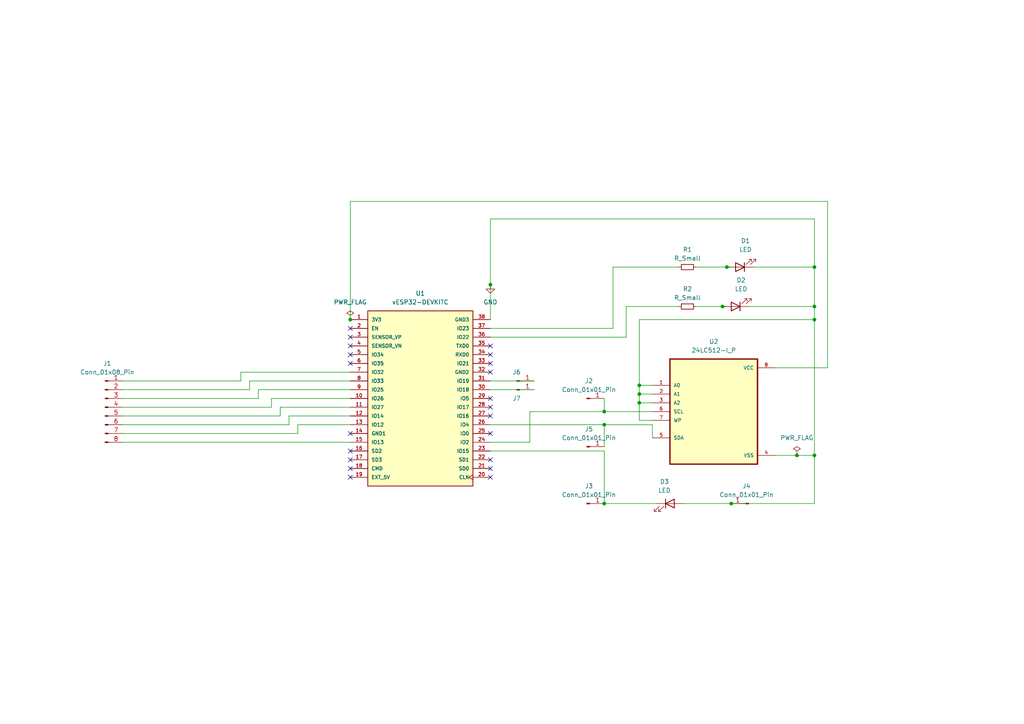
<source format=kicad_sch>
(kicad_sch (version 20230121) (generator eeschema)

  (uuid 058a1610-87c1-4f86-a629-433be0719ed7)

  (paper "A4")

  (lib_symbols
    (symbol "24LC512-I_P:24LC512-I_P" (pin_names (offset 1.016)) (in_bom yes) (on_board yes)
      (property "Reference" "U" (at -12.7 16.24 0)
        (effects (font (size 1.27 1.27)) (justify left bottom))
      )
      (property "Value" "24LC512-I_P" (at -12.7 -19.24 0)
        (effects (font (size 1.27 1.27)) (justify left bottom))
      )
      (property "Footprint" "24LC512-I_P:DIP787W46P254L927H533Q8" (at 0 0 0)
        (effects (font (size 1.27 1.27)) (justify bottom) hide)
      )
      (property "Datasheet" "" (at 0 0 0)
        (effects (font (size 1.27 1.27)) hide)
      )
      (property "MF" "Microchip" (at 0 0 0)
        (effects (font (size 1.27 1.27)) (justify bottom) hide)
      )
      (property "Description" "\n512K 64K x 8 2.5V EEPROM 8-Lead PDIP | Microchip Technology Inc. 24LC512-I/P\n" (at 0 0 0)
        (effects (font (size 1.27 1.27)) (justify bottom) hide)
      )
      (property "Package" "DIP-8 Microchip" (at 0 0 0)
        (effects (font (size 1.27 1.27)) (justify bottom) hide)
      )
      (property "Price" "None" (at 0 0 0)
        (effects (font (size 1.27 1.27)) (justify bottom) hide)
      )
      (property "SnapEDA_Link" "https://www.snapeda.com/parts/24LC512-I/P/Microchip/view-part/?ref=snap" (at 0 0 0)
        (effects (font (size 1.27 1.27)) (justify bottom) hide)
      )
      (property "MP" "24LC512-I/P" (at 0 0 0)
        (effects (font (size 1.27 1.27)) (justify bottom) hide)
      )
      (property "Purchase-URL" "https://www.snapeda.com/api/url_track_click_mouser/?unipart_id=114575&manufacturer=Microchip&part_name=24LC512-I/P&search_term=reland sun 24lc512" (at 0 0 0)
        (effects (font (size 1.27 1.27)) (justify bottom) hide)
      )
      (property "Availability" "In Stock" (at 0 0 0)
        (effects (font (size 1.27 1.27)) (justify bottom) hide)
      )
      (property "Check_prices" "https://www.snapeda.com/parts/24LC512-I/P/Microchip/view-part/?ref=eda" (at 0 0 0)
        (effects (font (size 1.27 1.27)) (justify bottom) hide)
      )
      (symbol "24LC512-I_P_0_0"
        (rectangle (start -12.7 -15.24) (end 12.7 15.24)
          (stroke (width 0.41) (type default))
          (fill (type background))
        )
        (pin input line (at -17.78 7.62 0) (length 5.08)
          (name "A0" (effects (font (size 1.016 1.016))))
          (number "1" (effects (font (size 1.016 1.016))))
        )
        (pin input line (at -17.78 5.08 0) (length 5.08)
          (name "A1" (effects (font (size 1.016 1.016))))
          (number "2" (effects (font (size 1.016 1.016))))
        )
        (pin input line (at -17.78 2.54 0) (length 5.08)
          (name "A2" (effects (font (size 1.016 1.016))))
          (number "3" (effects (font (size 1.016 1.016))))
        )
        (pin power_in line (at 17.78 -12.7 180) (length 5.08)
          (name "VSS" (effects (font (size 1.016 1.016))))
          (number "4" (effects (font (size 1.016 1.016))))
        )
        (pin bidirectional line (at -17.78 -7.62 0) (length 5.08)
          (name "SDA" (effects (font (size 1.016 1.016))))
          (number "5" (effects (font (size 1.016 1.016))))
        )
        (pin input line (at -17.78 0 0) (length 5.08)
          (name "SCL" (effects (font (size 1.016 1.016))))
          (number "6" (effects (font (size 1.016 1.016))))
        )
        (pin input line (at -17.78 -2.54 0) (length 5.08)
          (name "WP" (effects (font (size 1.016 1.016))))
          (number "7" (effects (font (size 1.016 1.016))))
        )
        (pin power_in line (at 17.78 12.7 180) (length 5.08)
          (name "VCC" (effects (font (size 1.016 1.016))))
          (number "8" (effects (font (size 1.016 1.016))))
        )
      )
    )
    (symbol "Connector:Conn_01x01_Pin" (pin_names (offset 1.016) hide) (in_bom yes) (on_board yes)
      (property "Reference" "J" (at 0 2.54 0)
        (effects (font (size 1.27 1.27)))
      )
      (property "Value" "Conn_01x01_Pin" (at 0 -2.54 0)
        (effects (font (size 1.27 1.27)))
      )
      (property "Footprint" "" (at 0 0 0)
        (effects (font (size 1.27 1.27)) hide)
      )
      (property "Datasheet" "~" (at 0 0 0)
        (effects (font (size 1.27 1.27)) hide)
      )
      (property "ki_locked" "" (at 0 0 0)
        (effects (font (size 1.27 1.27)))
      )
      (property "ki_keywords" "connector" (at 0 0 0)
        (effects (font (size 1.27 1.27)) hide)
      )
      (property "ki_description" "Generic connector, single row, 01x01, script generated" (at 0 0 0)
        (effects (font (size 1.27 1.27)) hide)
      )
      (property "ki_fp_filters" "Connector*:*_1x??_*" (at 0 0 0)
        (effects (font (size 1.27 1.27)) hide)
      )
      (symbol "Conn_01x01_Pin_1_1"
        (polyline
          (pts
            (xy 1.27 0)
            (xy 0.8636 0)
          )
          (stroke (width 0.1524) (type default))
          (fill (type none))
        )
        (rectangle (start 0.8636 0.127) (end 0 -0.127)
          (stroke (width 0.1524) (type default))
          (fill (type outline))
        )
        (pin passive line (at 5.08 0 180) (length 3.81)
          (name "Pin_1" (effects (font (size 1.27 1.27))))
          (number "1" (effects (font (size 1.27 1.27))))
        )
      )
    )
    (symbol "Connector:Conn_01x08_Pin" (pin_names (offset 1.016) hide) (in_bom yes) (on_board yes)
      (property "Reference" "J" (at 0 10.16 0)
        (effects (font (size 1.27 1.27)))
      )
      (property "Value" "Conn_01x08_Pin" (at 0 -12.7 0)
        (effects (font (size 1.27 1.27)))
      )
      (property "Footprint" "" (at 0 0 0)
        (effects (font (size 1.27 1.27)) hide)
      )
      (property "Datasheet" "~" (at 0 0 0)
        (effects (font (size 1.27 1.27)) hide)
      )
      (property "ki_locked" "" (at 0 0 0)
        (effects (font (size 1.27 1.27)))
      )
      (property "ki_keywords" "connector" (at 0 0 0)
        (effects (font (size 1.27 1.27)) hide)
      )
      (property "ki_description" "Generic connector, single row, 01x08, script generated" (at 0 0 0)
        (effects (font (size 1.27 1.27)) hide)
      )
      (property "ki_fp_filters" "Connector*:*_1x??_*" (at 0 0 0)
        (effects (font (size 1.27 1.27)) hide)
      )
      (symbol "Conn_01x08_Pin_1_1"
        (polyline
          (pts
            (xy 1.27 -10.16)
            (xy 0.8636 -10.16)
          )
          (stroke (width 0.1524) (type default))
          (fill (type none))
        )
        (polyline
          (pts
            (xy 1.27 -7.62)
            (xy 0.8636 -7.62)
          )
          (stroke (width 0.1524) (type default))
          (fill (type none))
        )
        (polyline
          (pts
            (xy 1.27 -5.08)
            (xy 0.8636 -5.08)
          )
          (stroke (width 0.1524) (type default))
          (fill (type none))
        )
        (polyline
          (pts
            (xy 1.27 -2.54)
            (xy 0.8636 -2.54)
          )
          (stroke (width 0.1524) (type default))
          (fill (type none))
        )
        (polyline
          (pts
            (xy 1.27 0)
            (xy 0.8636 0)
          )
          (stroke (width 0.1524) (type default))
          (fill (type none))
        )
        (polyline
          (pts
            (xy 1.27 2.54)
            (xy 0.8636 2.54)
          )
          (stroke (width 0.1524) (type default))
          (fill (type none))
        )
        (polyline
          (pts
            (xy 1.27 5.08)
            (xy 0.8636 5.08)
          )
          (stroke (width 0.1524) (type default))
          (fill (type none))
        )
        (polyline
          (pts
            (xy 1.27 7.62)
            (xy 0.8636 7.62)
          )
          (stroke (width 0.1524) (type default))
          (fill (type none))
        )
        (rectangle (start 0.8636 -10.033) (end 0 -10.287)
          (stroke (width 0.1524) (type default))
          (fill (type outline))
        )
        (rectangle (start 0.8636 -7.493) (end 0 -7.747)
          (stroke (width 0.1524) (type default))
          (fill (type outline))
        )
        (rectangle (start 0.8636 -4.953) (end 0 -5.207)
          (stroke (width 0.1524) (type default))
          (fill (type outline))
        )
        (rectangle (start 0.8636 -2.413) (end 0 -2.667)
          (stroke (width 0.1524) (type default))
          (fill (type outline))
        )
        (rectangle (start 0.8636 0.127) (end 0 -0.127)
          (stroke (width 0.1524) (type default))
          (fill (type outline))
        )
        (rectangle (start 0.8636 2.667) (end 0 2.413)
          (stroke (width 0.1524) (type default))
          (fill (type outline))
        )
        (rectangle (start 0.8636 5.207) (end 0 4.953)
          (stroke (width 0.1524) (type default))
          (fill (type outline))
        )
        (rectangle (start 0.8636 7.747) (end 0 7.493)
          (stroke (width 0.1524) (type default))
          (fill (type outline))
        )
        (pin passive line (at 5.08 7.62 180) (length 3.81)
          (name "Pin_1" (effects (font (size 1.27 1.27))))
          (number "1" (effects (font (size 1.27 1.27))))
        )
        (pin passive line (at 5.08 5.08 180) (length 3.81)
          (name "Pin_2" (effects (font (size 1.27 1.27))))
          (number "2" (effects (font (size 1.27 1.27))))
        )
        (pin passive line (at 5.08 2.54 180) (length 3.81)
          (name "Pin_3" (effects (font (size 1.27 1.27))))
          (number "3" (effects (font (size 1.27 1.27))))
        )
        (pin passive line (at 5.08 0 180) (length 3.81)
          (name "Pin_4" (effects (font (size 1.27 1.27))))
          (number "4" (effects (font (size 1.27 1.27))))
        )
        (pin passive line (at 5.08 -2.54 180) (length 3.81)
          (name "Pin_5" (effects (font (size 1.27 1.27))))
          (number "5" (effects (font (size 1.27 1.27))))
        )
        (pin passive line (at 5.08 -5.08 180) (length 3.81)
          (name "Pin_6" (effects (font (size 1.27 1.27))))
          (number "6" (effects (font (size 1.27 1.27))))
        )
        (pin passive line (at 5.08 -7.62 180) (length 3.81)
          (name "Pin_7" (effects (font (size 1.27 1.27))))
          (number "7" (effects (font (size 1.27 1.27))))
        )
        (pin passive line (at 5.08 -10.16 180) (length 3.81)
          (name "Pin_8" (effects (font (size 1.27 1.27))))
          (number "8" (effects (font (size 1.27 1.27))))
        )
      )
    )
    (symbol "Device:LED" (pin_numbers hide) (pin_names (offset 1.016) hide) (in_bom yes) (on_board yes)
      (property "Reference" "D" (at 0 2.54 0)
        (effects (font (size 1.27 1.27)))
      )
      (property "Value" "LED" (at 0 -2.54 0)
        (effects (font (size 1.27 1.27)))
      )
      (property "Footprint" "" (at 0 0 0)
        (effects (font (size 1.27 1.27)) hide)
      )
      (property "Datasheet" "~" (at 0 0 0)
        (effects (font (size 1.27 1.27)) hide)
      )
      (property "ki_keywords" "LED diode" (at 0 0 0)
        (effects (font (size 1.27 1.27)) hide)
      )
      (property "ki_description" "Light emitting diode" (at 0 0 0)
        (effects (font (size 1.27 1.27)) hide)
      )
      (property "ki_fp_filters" "LED* LED_SMD:* LED_THT:*" (at 0 0 0)
        (effects (font (size 1.27 1.27)) hide)
      )
      (symbol "LED_0_1"
        (polyline
          (pts
            (xy -1.27 -1.27)
            (xy -1.27 1.27)
          )
          (stroke (width 0.254) (type default))
          (fill (type none))
        )
        (polyline
          (pts
            (xy -1.27 0)
            (xy 1.27 0)
          )
          (stroke (width 0) (type default))
          (fill (type none))
        )
        (polyline
          (pts
            (xy 1.27 -1.27)
            (xy 1.27 1.27)
            (xy -1.27 0)
            (xy 1.27 -1.27)
          )
          (stroke (width 0.254) (type default))
          (fill (type none))
        )
        (polyline
          (pts
            (xy -3.048 -0.762)
            (xy -4.572 -2.286)
            (xy -3.81 -2.286)
            (xy -4.572 -2.286)
            (xy -4.572 -1.524)
          )
          (stroke (width 0) (type default))
          (fill (type none))
        )
        (polyline
          (pts
            (xy -1.778 -0.762)
            (xy -3.302 -2.286)
            (xy -2.54 -2.286)
            (xy -3.302 -2.286)
            (xy -3.302 -1.524)
          )
          (stroke (width 0) (type default))
          (fill (type none))
        )
      )
      (symbol "LED_1_1"
        (pin passive line (at -3.81 0 0) (length 2.54)
          (name "K" (effects (font (size 1.27 1.27))))
          (number "1" (effects (font (size 1.27 1.27))))
        )
        (pin passive line (at 3.81 0 180) (length 2.54)
          (name "A" (effects (font (size 1.27 1.27))))
          (number "2" (effects (font (size 1.27 1.27))))
        )
      )
    )
    (symbol "Device:R_Small" (pin_numbers hide) (pin_names (offset 0.254) hide) (in_bom yes) (on_board yes)
      (property "Reference" "R" (at 0.762 0.508 0)
        (effects (font (size 1.27 1.27)) (justify left))
      )
      (property "Value" "R_Small" (at 0.762 -1.016 0)
        (effects (font (size 1.27 1.27)) (justify left))
      )
      (property "Footprint" "" (at 0 0 0)
        (effects (font (size 1.27 1.27)) hide)
      )
      (property "Datasheet" "~" (at 0 0 0)
        (effects (font (size 1.27 1.27)) hide)
      )
      (property "ki_keywords" "R resistor" (at 0 0 0)
        (effects (font (size 1.27 1.27)) hide)
      )
      (property "ki_description" "Resistor, small symbol" (at 0 0 0)
        (effects (font (size 1.27 1.27)) hide)
      )
      (property "ki_fp_filters" "R_*" (at 0 0 0)
        (effects (font (size 1.27 1.27)) hide)
      )
      (symbol "R_Small_0_1"
        (rectangle (start -0.762 1.778) (end 0.762 -1.778)
          (stroke (width 0.2032) (type default))
          (fill (type none))
        )
      )
      (symbol "R_Small_1_1"
        (pin passive line (at 0 2.54 270) (length 0.762)
          (name "~" (effects (font (size 1.27 1.27))))
          (number "1" (effects (font (size 1.27 1.27))))
        )
        (pin passive line (at 0 -2.54 90) (length 0.762)
          (name "~" (effects (font (size 1.27 1.27))))
          (number "2" (effects (font (size 1.27 1.27))))
        )
      )
    )
    (symbol "ESP32-DEVKITC:ESP32-DEVKITC" (pin_names (offset 1.016)) (in_bom yes) (on_board yes)
      (property "Reference" "U" (at -15.2572 26.0643 0)
        (effects (font (size 1.27 1.27)) (justify left bottom))
      )
      (property "Value" "ESP32-DEVKITC" (at -15.2563 -27.9698 0)
        (effects (font (size 1.27 1.27)) (justify left bottom))
      )
      (property "Footprint" "ESP32-DEVKITC:MODULE_ESP32-DEVKITC" (at 0 0 0)
        (effects (font (size 1.27 1.27)) (justify bottom) hide)
      )
      (property "Datasheet" "" (at 0 0 0)
        (effects (font (size 1.27 1.27)) hide)
      )
      (property "MF" "Espressif Systems" (at 0 0 0)
        (effects (font (size 1.27 1.27)) (justify bottom) hide)
      )
      (property "Description" "\nESP32-WROOM-32UE series Transceiver; 802.11 b/g/n (Wi-Fi, WiFi, WLAN), Bluetooth ® Smart Ready 4.x Dual Mode Evaluation Board\n" (at 0 0 0)
        (effects (font (size 1.27 1.27)) (justify bottom) hide)
      )
      (property "Package" "None" (at 0 0 0)
        (effects (font (size 1.27 1.27)) (justify bottom) hide)
      )
      (property "Price" "None" (at 0 0 0)
        (effects (font (size 1.27 1.27)) (justify bottom) hide)
      )
      (property "Check_prices" "https://www.snapeda.com/parts/ESP32-DEVKITC/Espressif+Systems/view-part/?ref=eda" (at 0 0 0)
        (effects (font (size 1.27 1.27)) (justify bottom) hide)
      )
      (property "STANDARD" "Manufacturer Recommendations" (at 0 0 0)
        (effects (font (size 1.27 1.27)) (justify bottom) hide)
      )
      (property "PARTREV" "N/A" (at 0 0 0)
        (effects (font (size 1.27 1.27)) (justify bottom) hide)
      )
      (property "SnapEDA_Link" "https://www.snapeda.com/parts/ESP32-DEVKITC/Espressif+Systems/view-part/?ref=snap" (at 0 0 0)
        (effects (font (size 1.27 1.27)) (justify bottom) hide)
      )
      (property "MP" "ESP32-DEVKITC" (at 0 0 0)
        (effects (font (size 1.27 1.27)) (justify bottom) hide)
      )
      (property "Availability" "In Stock" (at 0 0 0)
        (effects (font (size 1.27 1.27)) (justify bottom) hide)
      )
      (property "MANUFACTURER" "ESPRESSIF" (at 0 0 0)
        (effects (font (size 1.27 1.27)) (justify bottom) hide)
      )
      (symbol "ESP32-DEVKITC_0_0"
        (rectangle (start -15.24 -25.4) (end 15.24 25.4)
          (stroke (width 0.254) (type default))
          (fill (type background))
        )
        (pin power_in line (at -20.32 22.86 0) (length 5.08)
          (name "3V3" (effects (font (size 1.016 1.016))))
          (number "1" (effects (font (size 1.016 1.016))))
        )
        (pin bidirectional line (at -20.32 0 0) (length 5.08)
          (name "IO26" (effects (font (size 1.016 1.016))))
          (number "10" (effects (font (size 1.016 1.016))))
        )
        (pin bidirectional line (at -20.32 -2.54 0) (length 5.08)
          (name "IO27" (effects (font (size 1.016 1.016))))
          (number "11" (effects (font (size 1.016 1.016))))
        )
        (pin bidirectional line (at -20.32 -5.08 0) (length 5.08)
          (name "IO14" (effects (font (size 1.016 1.016))))
          (number "12" (effects (font (size 1.016 1.016))))
        )
        (pin bidirectional line (at -20.32 -7.62 0) (length 5.08)
          (name "IO12" (effects (font (size 1.016 1.016))))
          (number "13" (effects (font (size 1.016 1.016))))
        )
        (pin power_in line (at -20.32 -10.16 0) (length 5.08)
          (name "GND1" (effects (font (size 1.016 1.016))))
          (number "14" (effects (font (size 1.016 1.016))))
        )
        (pin bidirectional line (at -20.32 -12.7 0) (length 5.08)
          (name "IO13" (effects (font (size 1.016 1.016))))
          (number "15" (effects (font (size 1.016 1.016))))
        )
        (pin bidirectional line (at -20.32 -15.24 0) (length 5.08)
          (name "SD2" (effects (font (size 1.016 1.016))))
          (number "16" (effects (font (size 1.016 1.016))))
        )
        (pin bidirectional line (at -20.32 -17.78 0) (length 5.08)
          (name "SD3" (effects (font (size 1.016 1.016))))
          (number "17" (effects (font (size 1.016 1.016))))
        )
        (pin bidirectional line (at -20.32 -20.32 0) (length 5.08)
          (name "CMD" (effects (font (size 1.016 1.016))))
          (number "18" (effects (font (size 1.016 1.016))))
        )
        (pin power_in line (at -20.32 -22.86 0) (length 5.08)
          (name "EXT_5V" (effects (font (size 1.016 1.016))))
          (number "19" (effects (font (size 1.016 1.016))))
        )
        (pin input line (at -20.32 20.32 0) (length 5.08)
          (name "EN" (effects (font (size 1.016 1.016))))
          (number "2" (effects (font (size 1.016 1.016))))
        )
        (pin input clock (at 20.32 -22.86 180) (length 5.08)
          (name "CLK" (effects (font (size 1.016 1.016))))
          (number "20" (effects (font (size 1.016 1.016))))
        )
        (pin bidirectional line (at 20.32 -20.32 180) (length 5.08)
          (name "SD0" (effects (font (size 1.016 1.016))))
          (number "21" (effects (font (size 1.016 1.016))))
        )
        (pin bidirectional line (at 20.32 -17.78 180) (length 5.08)
          (name "SD1" (effects (font (size 1.016 1.016))))
          (number "22" (effects (font (size 1.016 1.016))))
        )
        (pin bidirectional line (at 20.32 -15.24 180) (length 5.08)
          (name "IO15" (effects (font (size 1.016 1.016))))
          (number "23" (effects (font (size 1.016 1.016))))
        )
        (pin bidirectional line (at 20.32 -12.7 180) (length 5.08)
          (name "IO2" (effects (font (size 1.016 1.016))))
          (number "24" (effects (font (size 1.016 1.016))))
        )
        (pin bidirectional line (at 20.32 -10.16 180) (length 5.08)
          (name "IO0" (effects (font (size 1.016 1.016))))
          (number "25" (effects (font (size 1.016 1.016))))
        )
        (pin bidirectional line (at 20.32 -7.62 180) (length 5.08)
          (name "IO4" (effects (font (size 1.016 1.016))))
          (number "26" (effects (font (size 1.016 1.016))))
        )
        (pin bidirectional line (at 20.32 -5.08 180) (length 5.08)
          (name "IO16" (effects (font (size 1.016 1.016))))
          (number "27" (effects (font (size 1.016 1.016))))
        )
        (pin bidirectional line (at 20.32 -2.54 180) (length 5.08)
          (name "IO17" (effects (font (size 1.016 1.016))))
          (number "28" (effects (font (size 1.016 1.016))))
        )
        (pin bidirectional line (at 20.32 0 180) (length 5.08)
          (name "IO5" (effects (font (size 1.016 1.016))))
          (number "29" (effects (font (size 1.016 1.016))))
        )
        (pin input line (at -20.32 17.78 0) (length 5.08)
          (name "SENSOR_VP" (effects (font (size 1.016 1.016))))
          (number "3" (effects (font (size 1.016 1.016))))
        )
        (pin bidirectional line (at 20.32 2.54 180) (length 5.08)
          (name "IO18" (effects (font (size 1.016 1.016))))
          (number "30" (effects (font (size 1.016 1.016))))
        )
        (pin bidirectional line (at 20.32 5.08 180) (length 5.08)
          (name "IO19" (effects (font (size 1.016 1.016))))
          (number "31" (effects (font (size 1.016 1.016))))
        )
        (pin power_in line (at 20.32 7.62 180) (length 5.08)
          (name "GND2" (effects (font (size 1.016 1.016))))
          (number "32" (effects (font (size 1.016 1.016))))
        )
        (pin bidirectional line (at 20.32 10.16 180) (length 5.08)
          (name "IO21" (effects (font (size 1.016 1.016))))
          (number "33" (effects (font (size 1.016 1.016))))
        )
        (pin input line (at 20.32 12.7 180) (length 5.08)
          (name "RXD0" (effects (font (size 1.016 1.016))))
          (number "34" (effects (font (size 1.016 1.016))))
        )
        (pin output line (at 20.32 15.24 180) (length 5.08)
          (name "TXD0" (effects (font (size 1.016 1.016))))
          (number "35" (effects (font (size 1.016 1.016))))
        )
        (pin bidirectional line (at 20.32 17.78 180) (length 5.08)
          (name "IO22" (effects (font (size 1.016 1.016))))
          (number "36" (effects (font (size 1.016 1.016))))
        )
        (pin bidirectional line (at 20.32 20.32 180) (length 5.08)
          (name "IO23" (effects (font (size 1.016 1.016))))
          (number "37" (effects (font (size 1.016 1.016))))
        )
        (pin power_in line (at 20.32 22.86 180) (length 5.08)
          (name "GND3" (effects (font (size 1.016 1.016))))
          (number "38" (effects (font (size 1.016 1.016))))
        )
        (pin input line (at -20.32 15.24 0) (length 5.08)
          (name "SENSOR_VN" (effects (font (size 1.016 1.016))))
          (number "4" (effects (font (size 1.016 1.016))))
        )
        (pin bidirectional line (at -20.32 12.7 0) (length 5.08)
          (name "IO34" (effects (font (size 1.016 1.016))))
          (number "5" (effects (font (size 1.016 1.016))))
        )
        (pin bidirectional line (at -20.32 10.16 0) (length 5.08)
          (name "IO35" (effects (font (size 1.016 1.016))))
          (number "6" (effects (font (size 1.016 1.016))))
        )
        (pin bidirectional line (at -20.32 7.62 0) (length 5.08)
          (name "IO32" (effects (font (size 1.016 1.016))))
          (number "7" (effects (font (size 1.016 1.016))))
        )
        (pin bidirectional line (at -20.32 5.08 0) (length 5.08)
          (name "IO33" (effects (font (size 1.016 1.016))))
          (number "8" (effects (font (size 1.016 1.016))))
        )
        (pin bidirectional line (at -20.32 2.54 0) (length 5.08)
          (name "IO25" (effects (font (size 1.016 1.016))))
          (number "9" (effects (font (size 1.016 1.016))))
        )
      )
    )
    (symbol "power:GND" (power) (pin_names (offset 0)) (in_bom yes) (on_board yes)
      (property "Reference" "#PWR" (at 0 -6.35 0)
        (effects (font (size 1.27 1.27)) hide)
      )
      (property "Value" "GND" (at 0 -3.81 0)
        (effects (font (size 1.27 1.27)))
      )
      (property "Footprint" "" (at 0 0 0)
        (effects (font (size 1.27 1.27)) hide)
      )
      (property "Datasheet" "" (at 0 0 0)
        (effects (font (size 1.27 1.27)) hide)
      )
      (property "ki_keywords" "global power" (at 0 0 0)
        (effects (font (size 1.27 1.27)) hide)
      )
      (property "ki_description" "Power symbol creates a global label with name \"GND\" , ground" (at 0 0 0)
        (effects (font (size 1.27 1.27)) hide)
      )
      (symbol "GND_0_1"
        (polyline
          (pts
            (xy 0 0)
            (xy 0 -1.27)
            (xy 1.27 -1.27)
            (xy 0 -2.54)
            (xy -1.27 -1.27)
            (xy 0 -1.27)
          )
          (stroke (width 0) (type default))
          (fill (type none))
        )
      )
      (symbol "GND_1_1"
        (pin power_in line (at 0 0 270) (length 0) hide
          (name "GND" (effects (font (size 1.27 1.27))))
          (number "1" (effects (font (size 1.27 1.27))))
        )
      )
    )
    (symbol "power:PWR_FLAG" (power) (pin_numbers hide) (pin_names (offset 0) hide) (in_bom yes) (on_board yes)
      (property "Reference" "#FLG" (at 0 1.905 0)
        (effects (font (size 1.27 1.27)) hide)
      )
      (property "Value" "PWR_FLAG" (at 0 3.81 0)
        (effects (font (size 1.27 1.27)))
      )
      (property "Footprint" "" (at 0 0 0)
        (effects (font (size 1.27 1.27)) hide)
      )
      (property "Datasheet" "~" (at 0 0 0)
        (effects (font (size 1.27 1.27)) hide)
      )
      (property "ki_keywords" "flag power" (at 0 0 0)
        (effects (font (size 1.27 1.27)) hide)
      )
      (property "ki_description" "Special symbol for telling ERC where power comes from" (at 0 0 0)
        (effects (font (size 1.27 1.27)) hide)
      )
      (symbol "PWR_FLAG_0_0"
        (pin power_out line (at 0 0 90) (length 0)
          (name "pwr" (effects (font (size 1.27 1.27))))
          (number "1" (effects (font (size 1.27 1.27))))
        )
      )
      (symbol "PWR_FLAG_0_1"
        (polyline
          (pts
            (xy 0 0)
            (xy 0 1.27)
            (xy -1.016 1.905)
            (xy 0 2.54)
            (xy 1.016 1.905)
            (xy 0 1.27)
          )
          (stroke (width 0) (type default))
          (fill (type none))
        )
      )
    )
  )

  (junction (at 142.24 82.55) (diameter 0) (color 0 0 0 0)
    (uuid 0d1bbef1-9832-4dc1-aa4e-c6c652cc7aa2)
  )
  (junction (at 185.42 116.84) (diameter 0) (color 0 0 0 0)
    (uuid 25a8e23d-a9c5-47b7-89b7-cb90c8971169)
  )
  (junction (at 175.26 119.38) (diameter 0) (color 0 0 0 0)
    (uuid 2f206a2a-f7b5-486f-a874-3671d19d4e50)
  )
  (junction (at 175.26 146.05) (diameter 0) (color 0 0 0 0)
    (uuid 37a9e51f-97f7-4000-95ac-4d2499170f8d)
  )
  (junction (at 236.22 77.47) (diameter 0) (color 0 0 0 0)
    (uuid 52df0a5e-2ffe-426f-9311-7bdf58ae716c)
  )
  (junction (at 210.82 77.47) (diameter 0) (color 0 0 0 0)
    (uuid 5cb64716-fa0a-47c5-a5dd-a13df06cd13b)
  )
  (junction (at 209.55 88.9) (diameter 0) (color 0 0 0 0)
    (uuid 7ffdc106-f40b-4a7e-8a57-956fc9114468)
  )
  (junction (at 236.22 132.08) (diameter 0) (color 0 0 0 0)
    (uuid 80ef29ed-c6a7-43a1-8c8a-a4e48e7fd025)
  )
  (junction (at 101.6 92.71) (diameter 0) (color 0 0 0 0)
    (uuid 9d10b4fc-0fcf-45e7-908c-1fd0db65313a)
  )
  (junction (at 236.22 92.71) (diameter 0) (color 0 0 0 0)
    (uuid 9e04abc7-4d13-47d0-b924-07b51369ceeb)
  )
  (junction (at 185.42 111.76) (diameter 0) (color 0 0 0 0)
    (uuid a151813a-fe8c-4679-9086-5435084e5e99)
  )
  (junction (at 212.09 146.05) (diameter 0) (color 0 0 0 0)
    (uuid a56787d6-440e-4ff0-90bf-ada3e13c5f6d)
  )
  (junction (at 175.26 123.19) (diameter 0) (color 0 0 0 0)
    (uuid ab8360fb-063d-4851-bc2c-ee8e24b9b3d2)
  )
  (junction (at 236.22 88.9) (diameter 0) (color 0 0 0 0)
    (uuid d3291a58-0bc3-4e16-bc60-ef2e676833bd)
  )
  (junction (at 231.14 132.08) (diameter 0) (color 0 0 0 0)
    (uuid e8196e6c-5a5c-4806-a724-4e5c2a618d15)
  )
  (junction (at 185.42 114.3) (diameter 0) (color 0 0 0 0)
    (uuid fc4ea555-45c0-4494-8ef0-3adb8377761d)
  )

  (no_connect (at 101.6 138.43) (uuid 09c21adc-6941-4633-98b0-7c632fe851f8))
  (no_connect (at 142.24 135.89) (uuid 10e2c6ef-32c1-4086-9ba2-567ad67f9d59))
  (no_connect (at 101.6 102.87) (uuid 15e6fdf0-103b-43cd-b515-1f540f6cecd4))
  (no_connect (at 142.24 115.57) (uuid 3a878b81-ebf3-4256-bf5a-d7b7533eb68a))
  (no_connect (at 142.24 133.35) (uuid 54a4bfda-8ad6-45bc-baf2-ece9e2210596))
  (no_connect (at 101.6 97.79) (uuid 5b8d1140-560f-474f-9e11-bb17d172f3e3))
  (no_connect (at 142.24 105.41) (uuid 748add85-22cf-4c8f-b173-108b2d59c201))
  (no_connect (at 101.6 135.89) (uuid 76b8bdb7-f9f5-4584-b7b8-18cb40d60ddb))
  (no_connect (at 142.24 138.43) (uuid 7a123b08-93af-4c82-8563-47bc48cd0dd3))
  (no_connect (at 101.6 100.33) (uuid 86b79122-0734-405c-9bde-9d6221becb58))
  (no_connect (at 142.24 125.73) (uuid 930c2563-fe6f-4c50-8032-e626083d51ca))
  (no_connect (at 142.24 118.11) (uuid ae8a947c-0a7e-478a-803f-0d031eeef232))
  (no_connect (at 101.6 105.41) (uuid b1b5411d-1222-4049-920a-3414e8f685c2))
  (no_connect (at 142.24 100.33) (uuid b7ccc5c1-8c2d-4639-b280-619575084c10))
  (no_connect (at 142.24 107.95) (uuid b7ffea57-5cfb-4f55-8276-9abba26a31a1))
  (no_connect (at 101.6 133.35) (uuid be8e70cf-bb9e-4415-9fbd-d14c3c9335fb))
  (no_connect (at 142.24 102.87) (uuid dd5c328a-0342-4db0-a301-827bbd388abf))
  (no_connect (at 142.24 120.65) (uuid dd74f14d-38ea-4ce6-8978-2a63ccc1fbda))
  (no_connect (at 101.6 125.73) (uuid fcc65802-596f-472c-bf91-a3d671bab8e1))
  (no_connect (at 101.6 130.81) (uuid fd4a9684-364f-4619-a569-8423b89c67df))
  (no_connect (at 101.6 95.25) (uuid fd938ba9-fe12-4e96-a42f-7bac8701ad60))

  (wire (pts (xy 181.61 88.9) (xy 196.85 88.9))
    (stroke (width 0) (type default))
    (uuid 0014d1b9-2e6a-4e95-b2ba-9720e85854e5)
  )
  (wire (pts (xy 224.79 132.08) (xy 231.14 132.08))
    (stroke (width 0) (type default))
    (uuid 02a4de6b-8c74-4c60-b310-c48f82fb31c2)
  )
  (wire (pts (xy 101.6 92.71) (xy 101.6 58.42))
    (stroke (width 0) (type default))
    (uuid 07513db6-8d89-49a6-aa3a-9d10eb04139d)
  )
  (wire (pts (xy 185.42 114.3) (xy 189.23 114.3))
    (stroke (width 0) (type default))
    (uuid 097548b3-f109-427b-a853-c9407572d8b3)
  )
  (wire (pts (xy 212.09 146.05) (xy 236.22 146.05))
    (stroke (width 0) (type default))
    (uuid 0ac0f8e3-7b18-4d20-9e28-02b5d0a35f5d)
  )
  (wire (pts (xy 177.8 77.47) (xy 196.85 77.47))
    (stroke (width 0) (type default))
    (uuid 113e49fd-020f-49c9-9615-05ed3f02a04e)
  )
  (wire (pts (xy 142.24 113.03) (xy 154.94 113.03))
    (stroke (width 0) (type default))
    (uuid 1156d84c-d3a5-4c28-baef-bb6113418f03)
  )
  (wire (pts (xy 35.56 128.27) (xy 101.6 128.27))
    (stroke (width 0) (type default))
    (uuid 171479c9-d1ef-412f-82d2-df2c06d01c78)
  )
  (wire (pts (xy 72.39 110.49) (xy 101.6 110.49))
    (stroke (width 0) (type default))
    (uuid 1832acf2-74de-4595-9c9a-516d1b6eda91)
  )
  (wire (pts (xy 83.82 123.19) (xy 83.82 120.65))
    (stroke (width 0) (type default))
    (uuid 185f2561-6aac-427d-9b67-de6fc8688474)
  )
  (wire (pts (xy 185.42 111.76) (xy 185.42 92.71))
    (stroke (width 0) (type default))
    (uuid 1af4c0e5-9da4-4698-912f-318e514c1f8b)
  )
  (wire (pts (xy 35.56 125.73) (xy 86.36 125.73))
    (stroke (width 0) (type default))
    (uuid 1bceb7fe-97a0-444d-870f-4e68f9274b42)
  )
  (wire (pts (xy 86.36 125.73) (xy 86.36 123.19))
    (stroke (width 0) (type default))
    (uuid 1d502524-5fec-4249-83b0-9b0384397ae1)
  )
  (wire (pts (xy 177.8 95.25) (xy 177.8 77.47))
    (stroke (width 0) (type default))
    (uuid 21ea3983-5aad-4361-9d63-26600d000360)
  )
  (wire (pts (xy 83.82 120.65) (xy 101.6 120.65))
    (stroke (width 0) (type default))
    (uuid 252934e8-ac80-44ab-bae4-77f621f313d3)
  )
  (wire (pts (xy 142.24 130.81) (xy 175.26 130.81))
    (stroke (width 0) (type default))
    (uuid 2d1626c2-05d2-40c0-9040-5e04bea168a9)
  )
  (wire (pts (xy 201.93 88.9) (xy 209.55 88.9))
    (stroke (width 0) (type default))
    (uuid 2def4e9a-5c29-4af6-a3d3-cde756c4048e)
  )
  (wire (pts (xy 198.12 146.05) (xy 212.09 146.05))
    (stroke (width 0) (type default))
    (uuid 32085f8e-c861-4fee-be28-7ad408a637df)
  )
  (wire (pts (xy 175.26 123.19) (xy 189.23 123.19))
    (stroke (width 0) (type default))
    (uuid 34a8f4dc-f292-4f19-8cb0-ef834bba555b)
  )
  (wire (pts (xy 175.26 146.05) (xy 190.5 146.05))
    (stroke (width 0) (type default))
    (uuid 3ab798d8-5a18-4eb4-9a2b-0d0bf599342e)
  )
  (wire (pts (xy 142.24 110.49) (xy 154.94 110.49))
    (stroke (width 0) (type default))
    (uuid 4681aba8-6a4c-4832-90e1-6a49c51fb16b)
  )
  (wire (pts (xy 189.23 119.38) (xy 175.26 119.38))
    (stroke (width 0) (type default))
    (uuid 49f90cf4-7853-4324-a7a6-8ce595aee8f1)
  )
  (wire (pts (xy 35.56 113.03) (xy 72.39 113.03))
    (stroke (width 0) (type default))
    (uuid 50c9181f-9d71-4a0a-8233-146269ad8d64)
  )
  (wire (pts (xy 185.42 114.3) (xy 185.42 111.76))
    (stroke (width 0) (type default))
    (uuid 514be0e0-bb7d-46ca-b2d5-976658d5844b)
  )
  (wire (pts (xy 236.22 63.5) (xy 236.22 77.47))
    (stroke (width 0) (type default))
    (uuid 51ce5bec-dd43-4d1f-8559-46474bf3507b)
  )
  (wire (pts (xy 35.56 115.57) (xy 74.93 115.57))
    (stroke (width 0) (type default))
    (uuid 54373434-4666-43cb-a809-0a4af5a498b4)
  )
  (wire (pts (xy 185.42 121.92) (xy 185.42 116.84))
    (stroke (width 0) (type default))
    (uuid 58238954-818f-4c18-85f7-7ebbf32b9362)
  )
  (wire (pts (xy 217.17 88.9) (xy 236.22 88.9))
    (stroke (width 0) (type default))
    (uuid 5a073f74-7cbd-4a1a-a77a-c699f71c16f3)
  )
  (wire (pts (xy 69.85 110.49) (xy 69.85 107.95))
    (stroke (width 0) (type default))
    (uuid 5d6b2f60-cb49-475e-a7bf-0a33c6674689)
  )
  (wire (pts (xy 142.24 82.55) (xy 142.24 63.5))
    (stroke (width 0) (type default))
    (uuid 60f31652-6c31-495e-91c2-3a8d2eddc24f)
  )
  (wire (pts (xy 153.67 119.38) (xy 153.67 128.27))
    (stroke (width 0) (type default))
    (uuid 6a634d33-eb1b-47e1-a9ce-17e157bda0f6)
  )
  (wire (pts (xy 231.14 132.08) (xy 236.22 132.08))
    (stroke (width 0) (type default))
    (uuid 6b71e632-f78c-4841-9c3a-76fb2e922839)
  )
  (wire (pts (xy 185.42 116.84) (xy 185.42 114.3))
    (stroke (width 0) (type default))
    (uuid 6c430fbf-cca8-420b-bb4e-609b089b1d3d)
  )
  (wire (pts (xy 236.22 132.08) (xy 236.22 146.05))
    (stroke (width 0) (type default))
    (uuid 6d434f67-9ae2-4dfe-b546-09733751f026)
  )
  (wire (pts (xy 142.24 92.71) (xy 142.24 82.55))
    (stroke (width 0) (type default))
    (uuid 6ee0db23-16c5-4720-9f75-733ba8d02511)
  )
  (wire (pts (xy 69.85 107.95) (xy 101.6 107.95))
    (stroke (width 0) (type default))
    (uuid 7268aef1-0cf4-4cfa-bd4a-899da3b6baaa)
  )
  (wire (pts (xy 78.74 115.57) (xy 101.6 115.57))
    (stroke (width 0) (type default))
    (uuid 77008db5-e9d1-4924-a9a5-58f10535f9a6)
  )
  (wire (pts (xy 240.03 58.42) (xy 240.03 106.68))
    (stroke (width 0) (type default))
    (uuid 772148ee-8727-4a92-b156-d9bba5eb4f8c)
  )
  (wire (pts (xy 86.36 123.19) (xy 101.6 123.19))
    (stroke (width 0) (type default))
    (uuid 77e4b45a-2f97-4a14-a343-a9da40d8d14a)
  )
  (wire (pts (xy 175.26 119.38) (xy 153.67 119.38))
    (stroke (width 0) (type default))
    (uuid 8142b6f3-3b6d-42cd-8ad1-69b01baf21eb)
  )
  (wire (pts (xy 210.82 77.47) (xy 212.09 77.47))
    (stroke (width 0) (type default))
    (uuid 827f346a-afbf-4a86-b2a7-b1f3654e9a1e)
  )
  (wire (pts (xy 142.24 63.5) (xy 236.22 63.5))
    (stroke (width 0) (type default))
    (uuid 82cee287-83ac-4870-a0cb-59640413056d)
  )
  (wire (pts (xy 240.03 106.68) (xy 224.79 106.68))
    (stroke (width 0) (type default))
    (uuid 883fe845-3094-4714-b6b5-08a5baaefea0)
  )
  (wire (pts (xy 35.56 123.19) (xy 83.82 123.19))
    (stroke (width 0) (type default))
    (uuid 89d2ac79-aeed-4136-a07c-60d7daf18741)
  )
  (wire (pts (xy 189.23 123.19) (xy 189.23 127))
    (stroke (width 0) (type default))
    (uuid 8b81422c-d6ee-4001-8ae5-5a48238e9e35)
  )
  (wire (pts (xy 35.56 110.49) (xy 69.85 110.49))
    (stroke (width 0) (type default))
    (uuid 8cf36bac-2925-4df9-953f-ef88829b3918)
  )
  (wire (pts (xy 175.26 115.57) (xy 175.26 119.38))
    (stroke (width 0) (type default))
    (uuid 8d100e55-56f3-4eb0-8c49-2a77e5d93436)
  )
  (wire (pts (xy 35.56 120.65) (xy 81.28 120.65))
    (stroke (width 0) (type default))
    (uuid 8ef7de45-2fa9-4237-864e-1f39b92d9104)
  )
  (wire (pts (xy 81.28 120.65) (xy 81.28 118.11))
    (stroke (width 0) (type default))
    (uuid 94bd8ced-dd99-4b89-8043-8048fb6412d2)
  )
  (wire (pts (xy 236.22 77.47) (xy 236.22 88.9))
    (stroke (width 0) (type default))
    (uuid 96b7837c-0a2d-43fd-917f-cb1dd1922c70)
  )
  (wire (pts (xy 185.42 92.71) (xy 236.22 92.71))
    (stroke (width 0) (type default))
    (uuid 9be1da6f-ac7f-4989-961f-4a6cd8361cb4)
  )
  (wire (pts (xy 101.6 58.42) (xy 240.03 58.42))
    (stroke (width 0) (type default))
    (uuid 9d3e7cb4-365f-4c91-ae22-ad8f8603491f)
  )
  (wire (pts (xy 175.26 130.81) (xy 175.26 146.05))
    (stroke (width 0) (type default))
    (uuid a08fc8c5-2803-4d06-8688-77bbf42d4f65)
  )
  (wire (pts (xy 142.24 95.25) (xy 177.8 95.25))
    (stroke (width 0) (type default))
    (uuid a2ceb49b-d169-496b-a3b6-9aa6b1b3f814)
  )
  (wire (pts (xy 201.93 77.47) (xy 210.82 77.47))
    (stroke (width 0) (type default))
    (uuid a7fcf924-1929-4b0e-a42a-a24f22af9cfb)
  )
  (wire (pts (xy 74.93 115.57) (xy 74.93 113.03))
    (stroke (width 0) (type default))
    (uuid a828763f-4b9b-4d12-bbf7-7d94f712c3cc)
  )
  (wire (pts (xy 74.93 113.03) (xy 101.6 113.03))
    (stroke (width 0) (type default))
    (uuid a9eb1a39-9d01-42e4-9ec2-2087ed88bd05)
  )
  (wire (pts (xy 236.22 88.9) (xy 236.22 92.71))
    (stroke (width 0) (type default))
    (uuid aafd9922-3d14-47a9-8791-d7999b2c26c6)
  )
  (wire (pts (xy 236.22 92.71) (xy 236.22 132.08))
    (stroke (width 0) (type default))
    (uuid ad289635-ba2a-4caf-8e7a-c3d3140ef714)
  )
  (wire (pts (xy 153.67 128.27) (xy 142.24 128.27))
    (stroke (width 0) (type default))
    (uuid b0421ecd-0026-40aa-ac20-0de475f11f9f)
  )
  (wire (pts (xy 181.61 97.79) (xy 181.61 88.9))
    (stroke (width 0) (type default))
    (uuid b53c3e32-8797-43d6-9c36-8f24d701430d)
  )
  (wire (pts (xy 78.74 118.11) (xy 78.74 115.57))
    (stroke (width 0) (type default))
    (uuid b66ef309-153d-4d90-a3fe-ffe69d673f23)
  )
  (wire (pts (xy 35.56 118.11) (xy 78.74 118.11))
    (stroke (width 0) (type default))
    (uuid b72e8e9c-b67c-4892-96bb-a1c62e0f68af)
  )
  (wire (pts (xy 218.44 77.47) (xy 236.22 77.47))
    (stroke (width 0) (type default))
    (uuid c0f3c562-8e7f-4853-b41b-713d15802ca0)
  )
  (wire (pts (xy 185.42 111.76) (xy 189.23 111.76))
    (stroke (width 0) (type default))
    (uuid c3498bdd-4ada-42d0-bb83-6a04b754a41f)
  )
  (wire (pts (xy 72.39 113.03) (xy 72.39 110.49))
    (stroke (width 0) (type default))
    (uuid c64d31fc-7a35-43f3-83ab-a9dfffbe307f)
  )
  (wire (pts (xy 189.23 116.84) (xy 185.42 116.84))
    (stroke (width 0) (type default))
    (uuid d8bfaef9-5213-4939-8c93-97345978b5ab)
  )
  (wire (pts (xy 209.55 88.9) (xy 210.82 88.9))
    (stroke (width 0) (type default))
    (uuid dcbe8d8b-11d3-4691-a05a-5674cb14e5f0)
  )
  (wire (pts (xy 142.24 97.79) (xy 181.61 97.79))
    (stroke (width 0) (type default))
    (uuid e06c5bd8-5d15-48d6-9ff7-b7f46c9a7a14)
  )
  (wire (pts (xy 175.26 123.19) (xy 175.26 129.54))
    (stroke (width 0) (type default))
    (uuid e803ea8f-6b63-4bd7-a668-3385c058a63a)
  )
  (wire (pts (xy 142.24 123.19) (xy 175.26 123.19))
    (stroke (width 0) (type default))
    (uuid eb8cb208-ddbe-4cc1-bb5b-0f065c728e3e)
  )
  (wire (pts (xy 189.23 121.92) (xy 185.42 121.92))
    (stroke (width 0) (type default))
    (uuid eb9f5068-26f3-4483-914e-3297fe69828c)
  )
  (wire (pts (xy 81.28 118.11) (xy 101.6 118.11))
    (stroke (width 0) (type default))
    (uuid f3664f94-6f67-4fd4-af06-c2fa57777ef4)
  )

  (symbol (lib_id "power:PWR_FLAG") (at 101.6 92.71 0) (unit 1)
    (in_bom yes) (on_board yes) (dnp no) (fields_autoplaced)
    (uuid 098f1b97-1c81-4c92-8e3c-1e1dc8ce8669)
    (property "Reference" "#FLG01" (at 101.6 90.805 0)
      (effects (font (size 1.27 1.27)) hide)
    )
    (property "Value" "PWR_FLAG" (at 101.6 87.63 0)
      (effects (font (size 1.27 1.27)))
    )
    (property "Footprint" "" (at 101.6 92.71 0)
      (effects (font (size 1.27 1.27)) hide)
    )
    (property "Datasheet" "~" (at 101.6 92.71 0)
      (effects (font (size 1.27 1.27)) hide)
    )
    (pin "1" (uuid dc516eb1-79ca-45de-8295-5124b2e59b47))
    (instances
      (project "Pandoras_PCB_BOX"
        (path "/058a1610-87c1-4f86-a629-433be0719ed7"
          (reference "#FLG01") (unit 1)
        )
      )
    )
  )

  (symbol (lib_id "Connector:Conn_01x01_Pin") (at 170.18 129.54 0) (unit 1)
    (in_bom yes) (on_board yes) (dnp no) (fields_autoplaced)
    (uuid 09cae817-28bd-4fbf-82df-88304624259d)
    (property "Reference" "J5" (at 170.815 124.46 0)
      (effects (font (size 1.27 1.27)))
    )
    (property "Value" "Conn_01x01_Pin" (at 170.815 127 0)
      (effects (font (size 1.27 1.27)))
    )
    (property "Footprint" "Connector_PinHeader_2.00mm:PinHeader_1x01_P2.00mm_Vertical" (at 170.18 129.54 0)
      (effects (font (size 1.27 1.27)) hide)
    )
    (property "Datasheet" "~" (at 170.18 129.54 0)
      (effects (font (size 1.27 1.27)) hide)
    )
    (pin "1" (uuid bb054574-d517-43c8-9e15-938363157eae))
    (instances
      (project "Pandoras_PCB_BOX"
        (path "/058a1610-87c1-4f86-a629-433be0719ed7"
          (reference "J5") (unit 1)
        )
      )
    )
  )

  (symbol (lib_id "Device:LED") (at 214.63 77.47 180) (unit 1)
    (in_bom yes) (on_board yes) (dnp no) (fields_autoplaced)
    (uuid 1ecd8a94-c985-43a6-b4a1-8a2c0150f087)
    (property "Reference" "D1" (at 216.2175 69.85 0)
      (effects (font (size 1.27 1.27)))
    )
    (property "Value" "LED" (at 216.2175 72.39 0)
      (effects (font (size 1.27 1.27)))
    )
    (property "Footprint" "LED_THT:LED_D3.0mm_Clear" (at 214.63 77.47 0)
      (effects (font (size 1.27 1.27)) hide)
    )
    (property "Datasheet" "~" (at 214.63 77.47 0)
      (effects (font (size 1.27 1.27)) hide)
    )
    (pin "1" (uuid c1a4abed-0180-4e01-b3fa-6f7d0e748cb6))
    (pin "2" (uuid 736dc6e1-4a05-47d3-be4b-f217b6049506))
    (instances
      (project "Pandoras_PCB_BOX"
        (path "/058a1610-87c1-4f86-a629-433be0719ed7"
          (reference "D1") (unit 1)
        )
      )
    )
  )

  (symbol (lib_id "Device:LED") (at 213.36 88.9 180) (unit 1)
    (in_bom yes) (on_board yes) (dnp no) (fields_autoplaced)
    (uuid 286cb4cd-e7f5-468d-8eb6-c8fd19c43220)
    (property "Reference" "D2" (at 214.9475 81.28 0)
      (effects (font (size 1.27 1.27)))
    )
    (property "Value" "LED" (at 214.9475 83.82 0)
      (effects (font (size 1.27 1.27)))
    )
    (property "Footprint" "LED_THT:LED_D3.0mm_Clear" (at 213.36 88.9 0)
      (effects (font (size 1.27 1.27)) hide)
    )
    (property "Datasheet" "~" (at 213.36 88.9 0)
      (effects (font (size 1.27 1.27)) hide)
    )
    (pin "1" (uuid b984f388-c1f7-42c9-a902-3c10d161fd46))
    (pin "2" (uuid f10b8b2a-3803-43f6-98e1-995672351028))
    (instances
      (project "Pandoras_PCB_BOX"
        (path "/058a1610-87c1-4f86-a629-433be0719ed7"
          (reference "D2") (unit 1)
        )
      )
    )
  )

  (symbol (lib_id "Connector:Conn_01x01_Pin") (at 149.86 113.03 0) (unit 1)
    (in_bom yes) (on_board yes) (dnp no)
    (uuid 31d31cde-b2f3-4f50-af6e-e068ce2337d1)
    (property "Reference" "J7" (at 149.86 115.57 0)
      (effects (font (size 1.27 1.27)))
    )
    (property "Value" "Conn_01x01_Pin" (at 151.13 110.49 0)
      (effects (font (size 1.27 1.27)) hide)
    )
    (property "Footprint" "Connector_PinHeader_2.00mm:PinHeader_1x01_P2.00mm_Vertical" (at 149.86 113.03 0)
      (effects (font (size 1.27 1.27)) hide)
    )
    (property "Datasheet" "~" (at 149.86 113.03 0)
      (effects (font (size 1.27 1.27)) hide)
    )
    (pin "1" (uuid f00b9bdd-0216-4287-902f-c2d8dce4e607))
    (instances
      (project "Pandoras_PCB_BOX"
        (path "/058a1610-87c1-4f86-a629-433be0719ed7"
          (reference "J7") (unit 1)
        )
      )
    )
  )

  (symbol (lib_id "ESP32-DEVKITC:ESP32-DEVKITC") (at 121.92 115.57 0) (unit 1)
    (in_bom yes) (on_board yes) (dnp no) (fields_autoplaced)
    (uuid 410b1149-1743-487b-9744-b6fcc04f760f)
    (property "Reference" "U1" (at 121.92 85.09 0)
      (effects (font (size 1.27 1.27)))
    )
    (property "Value" "vESP32-DEVKITC" (at 121.92 87.63 0)
      (effects (font (size 1.27 1.27)))
    )
    (property "Footprint" "ESP32-DEVKITC:MODULE_ESP32-DEVKITC" (at 121.92 115.57 0)
      (effects (font (size 1.27 1.27)) (justify bottom) hide)
    )
    (property "Datasheet" "" (at 121.92 115.57 0)
      (effects (font (size 1.27 1.27)) hide)
    )
    (property "MF" "Espressif Systems" (at 121.92 115.57 0)
      (effects (font (size 1.27 1.27)) (justify bottom) hide)
    )
    (property "Description" "\nESP32-WROOM-32UE series Transceiver; 802.11 b/g/n (Wi-Fi, WiFi, WLAN), Bluetooth ® Smart Ready 4.x Dual Mode Evaluation Board\n" (at 121.92 115.57 0)
      (effects (font (size 1.27 1.27)) (justify bottom) hide)
    )
    (property "Package" "None" (at 121.92 115.57 0)
      (effects (font (size 1.27 1.27)) (justify bottom) hide)
    )
    (property "Price" "None" (at 121.92 115.57 0)
      (effects (font (size 1.27 1.27)) (justify bottom) hide)
    )
    (property "Check_prices" "https://www.snapeda.com/parts/ESP32-DEVKITC/Espressif+Systems/view-part/?ref=eda" (at 121.92 115.57 0)
      (effects (font (size 1.27 1.27)) (justify bottom) hide)
    )
    (property "STANDARD" "Manufacturer Recommendations" (at 121.92 115.57 0)
      (effects (font (size 1.27 1.27)) (justify bottom) hide)
    )
    (property "PARTREV" "N/A" (at 121.92 115.57 0)
      (effects (font (size 1.27 1.27)) (justify bottom) hide)
    )
    (property "SnapEDA_Link" "https://www.snapeda.com/parts/ESP32-DEVKITC/Espressif+Systems/view-part/?ref=snap" (at 121.92 115.57 0)
      (effects (font (size 1.27 1.27)) (justify bottom) hide)
    )
    (property "MP" "ESP32-DEVKITC" (at 121.92 115.57 0)
      (effects (font (size 1.27 1.27)) (justify bottom) hide)
    )
    (property "Availability" "In Stock" (at 121.92 115.57 0)
      (effects (font (size 1.27 1.27)) (justify bottom) hide)
    )
    (property "MANUFACTURER" "ESPRESSIF" (at 121.92 115.57 0)
      (effects (font (size 1.27 1.27)) (justify bottom) hide)
    )
    (pin "1" (uuid cc060b1b-5bc2-45d1-97b8-717c71bd2261))
    (pin "10" (uuid 3c3778f4-920d-4189-82b5-5d6cfb0a9d31))
    (pin "11" (uuid 6e35441e-61d7-46e4-89e7-c971d908382d))
    (pin "12" (uuid 44d3e365-e654-44b6-862e-0cf79624de52))
    (pin "13" (uuid 7e789f68-2d1b-41f2-8629-dc3ac0bab342))
    (pin "14" (uuid 6dc0cab5-68b0-4c84-9bea-2d8910ddcecb))
    (pin "15" (uuid 3397e0cd-09a1-440a-af46-95524206f417))
    (pin "16" (uuid f6fe3f8a-f771-4718-bc41-d126a4ad775b))
    (pin "17" (uuid a6b13957-2306-4de8-ab39-8d6084842592))
    (pin "18" (uuid 34956b77-8bc9-4ddd-adf9-2dfa78704ce6))
    (pin "19" (uuid 8e60d02a-821e-45d0-b190-7f0485623eac))
    (pin "2" (uuid 7f572132-462e-4f05-97c9-b198caf91816))
    (pin "20" (uuid 45a4ecd4-98fd-4d4e-9f07-f61c1397528b))
    (pin "21" (uuid 7befc107-b42a-43f7-a52e-7a8b94e84891))
    (pin "22" (uuid bbee96df-d8ca-4a4e-95c7-fb538b3ff768))
    (pin "23" (uuid ad507f92-8c72-4fee-9299-96a5e438b205))
    (pin "24" (uuid b038d16a-79ff-44dc-838d-c2995afc0af2))
    (pin "25" (uuid 7ea2d4fb-766d-4e21-9a01-f96722a46caf))
    (pin "26" (uuid 774c949f-8f85-4a44-812c-054d9a5edf32))
    (pin "27" (uuid ab16ffbe-d1c6-44f9-a347-27519f2e6902))
    (pin "28" (uuid f3d17c40-1d56-46b5-ba10-a97ea24c4070))
    (pin "29" (uuid c3f74048-9a89-4879-9f57-058734a18a20))
    (pin "3" (uuid 0bfa1904-de7f-4e72-b728-4a9e6807ae06))
    (pin "30" (uuid 2b596681-de93-41c3-8424-37c07bb73a0b))
    (pin "31" (uuid d5179be1-ce74-4fcd-8353-f24fac5e3be7))
    (pin "32" (uuid bcb7d5f2-e4fe-44a6-9cad-68474d09d4bf))
    (pin "33" (uuid f2783999-7725-4607-bfa0-18c668fe7809))
    (pin "34" (uuid 627887cb-42c1-4099-b7ac-23d37b11d3ec))
    (pin "35" (uuid 5c2b8489-5066-40d1-8e95-dffaed7e822d))
    (pin "36" (uuid 5f3f9d49-f8a8-44d1-b581-c1d36a809a28))
    (pin "37" (uuid a86e6686-5416-4e3d-8168-d85ed23c229c))
    (pin "38" (uuid afab5d21-9963-499d-a4fe-245a9cf79171))
    (pin "4" (uuid 8967a5fa-d7dc-4b0b-a4ab-bfa66d9dddc0))
    (pin "5" (uuid 42146e0e-3c2f-43ef-9bc4-fadfbe8480dc))
    (pin "6" (uuid 622b4022-fc5c-4226-a081-c0266015559b))
    (pin "7" (uuid 2b7e27b4-56e5-4c33-b78d-d5e423270002))
    (pin "8" (uuid bf7f32d5-79b3-4822-9d8a-a867e80a1984))
    (pin "9" (uuid 1c35fe6a-b146-4bf4-837f-26aa8ecc984a))
    (instances
      (project "Pandoras_PCB_BOX"
        (path "/058a1610-87c1-4f86-a629-433be0719ed7"
          (reference "U1") (unit 1)
        )
      )
    )
  )

  (symbol (lib_id "power:PWR_FLAG") (at 231.14 132.08 0) (unit 1)
    (in_bom yes) (on_board yes) (dnp no) (fields_autoplaced)
    (uuid 48db1158-11c8-41de-be99-a1cef46e82f8)
    (property "Reference" "#FLG02" (at 231.14 130.175 0)
      (effects (font (size 1.27 1.27)) hide)
    )
    (property "Value" "PWR_FLAG" (at 231.14 127 0)
      (effects (font (size 1.27 1.27)))
    )
    (property "Footprint" "" (at 231.14 132.08 0)
      (effects (font (size 1.27 1.27)) hide)
    )
    (property "Datasheet" "~" (at 231.14 132.08 0)
      (effects (font (size 1.27 1.27)) hide)
    )
    (pin "1" (uuid 296ee041-8e97-42d8-a1e1-b983ef3b9fcb))
    (instances
      (project "Pandoras_PCB_BOX"
        (path "/058a1610-87c1-4f86-a629-433be0719ed7"
          (reference "#FLG02") (unit 1)
        )
      )
    )
  )

  (symbol (lib_id "Connector:Conn_01x01_Pin") (at 170.18 146.05 0) (unit 1)
    (in_bom yes) (on_board yes) (dnp no) (fields_autoplaced)
    (uuid 4cfc2137-4045-41e8-a46e-b7a39746b1b1)
    (property "Reference" "J3" (at 170.815 140.97 0)
      (effects (font (size 1.27 1.27)))
    )
    (property "Value" "Conn_01x01_Pin" (at 170.815 143.51 0)
      (effects (font (size 1.27 1.27)))
    )
    (property "Footprint" "Connector_PinHeader_2.00mm:PinHeader_1x01_P2.00mm_Vertical" (at 170.18 146.05 0)
      (effects (font (size 1.27 1.27)) hide)
    )
    (property "Datasheet" "~" (at 170.18 146.05 0)
      (effects (font (size 1.27 1.27)) hide)
    )
    (pin "1" (uuid 5c13cfed-db36-4981-9f63-6999faf2dd5a))
    (instances
      (project "Pandoras_PCB_BOX"
        (path "/058a1610-87c1-4f86-a629-433be0719ed7"
          (reference "J3") (unit 1)
        )
      )
    )
  )

  (symbol (lib_id "Device:R_Small") (at 199.39 77.47 90) (unit 1)
    (in_bom yes) (on_board yes) (dnp no) (fields_autoplaced)
    (uuid 51abf630-3c32-40f8-915a-0dd38af37723)
    (property "Reference" "R1" (at 199.39 72.39 90)
      (effects (font (size 1.27 1.27)))
    )
    (property "Value" "R_Small" (at 199.39 74.93 90)
      (effects (font (size 1.27 1.27)))
    )
    (property "Footprint" "Resistor_THT:R_Axial_DIN0204_L3.6mm_D1.6mm_P5.08mm_Horizontal" (at 199.39 77.47 0)
      (effects (font (size 1.27 1.27)) hide)
    )
    (property "Datasheet" "~" (at 199.39 77.47 0)
      (effects (font (size 1.27 1.27)) hide)
    )
    (pin "1" (uuid fd05a571-9a13-4a8d-b795-6d1785be10c6))
    (pin "2" (uuid c4b7062d-562e-4741-bfb5-42f9c371b440))
    (instances
      (project "Pandoras_PCB_BOX"
        (path "/058a1610-87c1-4f86-a629-433be0719ed7"
          (reference "R1") (unit 1)
        )
      )
    )
  )

  (symbol (lib_id "24LC512-I_P:24LC512-I_P") (at 207.01 119.38 0) (unit 1)
    (in_bom yes) (on_board yes) (dnp no) (fields_autoplaced)
    (uuid 64a877bc-6965-4c8e-9af2-1a15a6e4de62)
    (property "Reference" "U2" (at 207.01 99.06 0)
      (effects (font (size 1.27 1.27)))
    )
    (property "Value" "24LC512-I_P" (at 207.01 101.6 0)
      (effects (font (size 1.27 1.27)))
    )
    (property "Footprint" "24LC512-I_P:DIP787W46P254L927H533Q8" (at 207.01 119.38 0)
      (effects (font (size 1.27 1.27)) (justify bottom) hide)
    )
    (property "Datasheet" "" (at 207.01 119.38 0)
      (effects (font (size 1.27 1.27)) hide)
    )
    (property "MF" "Microchip" (at 207.01 119.38 0)
      (effects (font (size 1.27 1.27)) (justify bottom) hide)
    )
    (property "Description" "\n512K 64K x 8 2.5V EEPROM 8-Lead PDIP | Microchip Technology Inc. 24LC512-I/P\n" (at 207.01 119.38 0)
      (effects (font (size 1.27 1.27)) (justify bottom) hide)
    )
    (property "Package" "DIP-8 Microchip" (at 207.01 119.38 0)
      (effects (font (size 1.27 1.27)) (justify bottom) hide)
    )
    (property "Price" "None" (at 207.01 119.38 0)
      (effects (font (size 1.27 1.27)) (justify bottom) hide)
    )
    (property "SnapEDA_Link" "https://www.snapeda.com/parts/24LC512-I/P/Microchip/view-part/?ref=snap" (at 207.01 119.38 0)
      (effects (font (size 1.27 1.27)) (justify bottom) hide)
    )
    (property "MP" "24LC512-I/P" (at 207.01 119.38 0)
      (effects (font (size 1.27 1.27)) (justify bottom) hide)
    )
    (property "Purchase-URL" "https://www.snapeda.com/api/url_track_click_mouser/?unipart_id=114575&manufacturer=Microchip&part_name=24LC512-I/P&search_term=reland sun 24lc512" (at 207.01 119.38 0)
      (effects (font (size 1.27 1.27)) (justify bottom) hide)
    )
    (property "Availability" "In Stock" (at 207.01 119.38 0)
      (effects (font (size 1.27 1.27)) (justify bottom) hide)
    )
    (property "Check_prices" "https://www.snapeda.com/parts/24LC512-I/P/Microchip/view-part/?ref=eda" (at 207.01 119.38 0)
      (effects (font (size 1.27 1.27)) (justify bottom) hide)
    )
    (pin "1" (uuid e82fc309-d91b-4eda-9793-70ce7331c451))
    (pin "2" (uuid 79a8672c-0423-47c0-a299-578f29baefca))
    (pin "3" (uuid d9e5f7c1-a2bb-4d09-877a-34a700bd0dac))
    (pin "4" (uuid 6413adf0-decd-4685-961c-e2ed029701b4))
    (pin "5" (uuid 9ab5d4d4-ee32-4c18-a7f7-c9f620c7571f))
    (pin "6" (uuid 41a22451-f115-402a-866f-71e2fccb3c48))
    (pin "7" (uuid eca01174-3f1c-477f-b40f-aa551150a2cc))
    (pin "8" (uuid 0f1fcc49-f0cf-4fca-9699-58c38cc5aa3b))
    (instances
      (project "Pandoras_PCB_BOX"
        (path "/058a1610-87c1-4f86-a629-433be0719ed7"
          (reference "U2") (unit 1)
        )
      )
    )
  )

  (symbol (lib_id "Connector:Conn_01x01_Pin") (at 149.86 110.49 0) (unit 1)
    (in_bom yes) (on_board yes) (dnp no)
    (uuid 73346def-5e20-4b15-8bce-afbff9cc7075)
    (property "Reference" "J6" (at 149.86 107.95 0)
      (effects (font (size 1.27 1.27)))
    )
    (property "Value" "Conn_01x01_Pin" (at 150.495 107.95 0)
      (effects (font (size 1.27 1.27)) hide)
    )
    (property "Footprint" "Connector_PinHeader_2.00mm:PinHeader_1x01_P2.00mm_Vertical" (at 149.86 110.49 0)
      (effects (font (size 1.27 1.27)) hide)
    )
    (property "Datasheet" "~" (at 149.86 110.49 0)
      (effects (font (size 1.27 1.27)) hide)
    )
    (pin "1" (uuid 9eb25ac6-a68f-4b09-88cf-632e334b2d48))
    (instances
      (project "Pandoras_PCB_BOX"
        (path "/058a1610-87c1-4f86-a629-433be0719ed7"
          (reference "J6") (unit 1)
        )
      )
    )
  )

  (symbol (lib_id "power:GND") (at 142.24 82.55 0) (unit 1)
    (in_bom yes) (on_board yes) (dnp no) (fields_autoplaced)
    (uuid 7e04b246-9155-49eb-8bb9-d480f41d0908)
    (property "Reference" "#PWR01" (at 142.24 88.9 0)
      (effects (font (size 1.27 1.27)) hide)
    )
    (property "Value" "GND" (at 142.24 87.63 0)
      (effects (font (size 1.27 1.27)))
    )
    (property "Footprint" "" (at 142.24 82.55 0)
      (effects (font (size 1.27 1.27)) hide)
    )
    (property "Datasheet" "" (at 142.24 82.55 0)
      (effects (font (size 1.27 1.27)) hide)
    )
    (pin "1" (uuid eadad183-d292-4dd4-8383-f28a5577b278))
    (instances
      (project "Pandoras_PCB_BOX"
        (path "/058a1610-87c1-4f86-a629-433be0719ed7"
          (reference "#PWR01") (unit 1)
        )
      )
    )
  )

  (symbol (lib_id "Connector:Conn_01x08_Pin") (at 30.48 118.11 0) (unit 1)
    (in_bom yes) (on_board yes) (dnp no) (fields_autoplaced)
    (uuid 86dcd124-f346-490a-be69-2b6edbf0b963)
    (property "Reference" "J1" (at 31.115 105.41 0)
      (effects (font (size 1.27 1.27)))
    )
    (property "Value" "Conn_01x08_Pin" (at 31.115 107.95 0)
      (effects (font (size 1.27 1.27)))
    )
    (property "Footprint" "Connector_PinHeader_2.54mm:PinHeader_1x08_P2.54mm_Horizontal" (at 30.48 118.11 0)
      (effects (font (size 1.27 1.27)) hide)
    )
    (property "Datasheet" "~" (at 30.48 118.11 0)
      (effects (font (size 1.27 1.27)) hide)
    )
    (pin "1" (uuid 5a037f39-f59c-4694-b726-86d8d3204aac))
    (pin "2" (uuid d1662651-6d1b-4db7-9989-4e38d02727b4))
    (pin "3" (uuid 08703009-5833-497d-a93e-1f9cfcb4ad85))
    (pin "4" (uuid 9d4967c4-4764-4f1c-ba72-3c159c3092fe))
    (pin "5" (uuid 19dd2df0-11ba-42f1-9a1a-4babf8694f47))
    (pin "6" (uuid ac690f1f-8882-4d2b-b8df-3171deb0d70c))
    (pin "7" (uuid e4893efd-e3ed-482a-bc6b-50968ff2b454))
    (pin "8" (uuid 1828a54d-be93-428f-9f99-3285b02c5a06))
    (instances
      (project "Pandoras_PCB_BOX"
        (path "/058a1610-87c1-4f86-a629-433be0719ed7"
          (reference "J1") (unit 1)
        )
      )
    )
  )

  (symbol (lib_id "Connector:Conn_01x01_Pin") (at 217.17 146.05 0) (mirror y) (unit 1)
    (in_bom yes) (on_board yes) (dnp no)
    (uuid a436d242-9164-46a8-8b31-611fd397d51a)
    (property "Reference" "J4" (at 216.535 140.97 0)
      (effects (font (size 1.27 1.27)))
    )
    (property "Value" "Conn_01x01_Pin" (at 216.535 143.51 0)
      (effects (font (size 1.27 1.27)))
    )
    (property "Footprint" "Connector_PinHeader_2.00mm:PinHeader_1x01_P2.00mm_Vertical" (at 217.17 146.05 0)
      (effects (font (size 1.27 1.27)) hide)
    )
    (property "Datasheet" "~" (at 217.17 146.05 0)
      (effects (font (size 1.27 1.27)) hide)
    )
    (pin "1" (uuid f1568641-6c78-4c74-adcb-b230bac662fb))
    (instances
      (project "Pandoras_PCB_BOX"
        (path "/058a1610-87c1-4f86-a629-433be0719ed7"
          (reference "J4") (unit 1)
        )
      )
    )
  )

  (symbol (lib_id "Connector:Conn_01x01_Pin") (at 170.18 115.57 0) (unit 1)
    (in_bom yes) (on_board yes) (dnp no) (fields_autoplaced)
    (uuid a6f6ca1f-611e-4f36-b135-45b50e5dd50e)
    (property "Reference" "J2" (at 170.815 110.49 0)
      (effects (font (size 1.27 1.27)))
    )
    (property "Value" "Conn_01x01_Pin" (at 170.815 113.03 0)
      (effects (font (size 1.27 1.27)))
    )
    (property "Footprint" "Connector_PinHeader_2.00mm:PinHeader_1x01_P2.00mm_Vertical" (at 170.18 115.57 0)
      (effects (font (size 1.27 1.27)) hide)
    )
    (property "Datasheet" "~" (at 170.18 115.57 0)
      (effects (font (size 1.27 1.27)) hide)
    )
    (pin "1" (uuid c973476a-9021-4250-b50d-cae70ebceba6))
    (instances
      (project "Pandoras_PCB_BOX"
        (path "/058a1610-87c1-4f86-a629-433be0719ed7"
          (reference "J2") (unit 1)
        )
      )
    )
  )

  (symbol (lib_id "Device:LED") (at 194.31 146.05 0) (unit 1)
    (in_bom yes) (on_board yes) (dnp no) (fields_autoplaced)
    (uuid d85aab76-c114-41ad-b74b-51e6fad78336)
    (property "Reference" "D3" (at 192.7225 139.7 0)
      (effects (font (size 1.27 1.27)))
    )
    (property "Value" "LED" (at 192.7225 142.24 0)
      (effects (font (size 1.27 1.27)))
    )
    (property "Footprint" "LED_THT:LED_D3.0mm_Clear" (at 194.31 146.05 0)
      (effects (font (size 1.27 1.27)) hide)
    )
    (property "Datasheet" "~" (at 194.31 146.05 0)
      (effects (font (size 1.27 1.27)) hide)
    )
    (pin "1" (uuid 53fe456c-a0b8-4b19-a2eb-a2e72c30d9e9))
    (pin "2" (uuid 6788f5a9-ad6f-4dd3-91f1-4a77788f2fd2))
    (instances
      (project "Pandoras_PCB_BOX"
        (path "/058a1610-87c1-4f86-a629-433be0719ed7"
          (reference "D3") (unit 1)
        )
      )
    )
  )

  (symbol (lib_id "Device:R_Small") (at 199.39 88.9 90) (unit 1)
    (in_bom yes) (on_board yes) (dnp no) (fields_autoplaced)
    (uuid eca59eb6-99dd-4185-b537-c02d804ff48a)
    (property "Reference" "R2" (at 199.39 83.82 90)
      (effects (font (size 1.27 1.27)))
    )
    (property "Value" "R_Small" (at 199.39 86.36 90)
      (effects (font (size 1.27 1.27)))
    )
    (property "Footprint" "Resistor_THT:R_Axial_DIN0204_L3.6mm_D1.6mm_P5.08mm_Horizontal" (at 199.39 88.9 0)
      (effects (font (size 1.27 1.27)) hide)
    )
    (property "Datasheet" "~" (at 199.39 88.9 0)
      (effects (font (size 1.27 1.27)) hide)
    )
    (pin "1" (uuid 18390757-cbea-44ad-bdb4-d17ff7904da1))
    (pin "2" (uuid 726faff3-7b5c-4191-a08c-1a161952442c))
    (instances
      (project "Pandoras_PCB_BOX"
        (path "/058a1610-87c1-4f86-a629-433be0719ed7"
          (reference "R2") (unit 1)
        )
      )
    )
  )

  (sheet_instances
    (path "/" (page "1"))
  )
)

</source>
